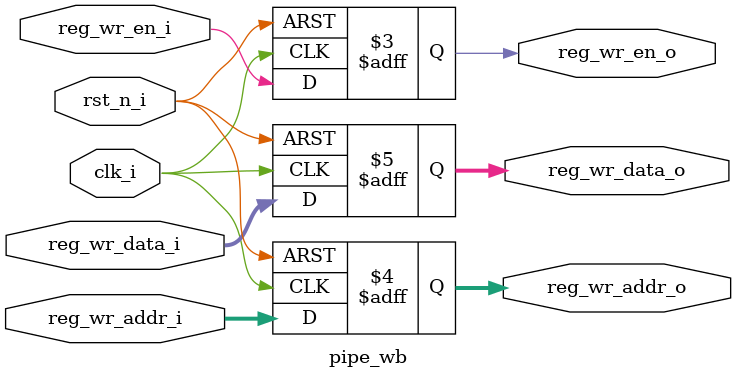
<source format=sv>
/*
 * pipe_wb.sv
 *
 *  Created on: 2021-08-03 10:30
 *      Author: Jack Chen <redchenjs@live.com>
 */

module pipe_wb #(
    parameter XLEN = 32
) (
    input logic clk_i,
    input logic rst_n_i,

    input logic            reg_wr_en_i,
    input logic      [4:0] reg_wr_addr_i,
    input logic [XLEN-1:0] reg_wr_data_i,

    output logic            reg_wr_en_o,
    output logic      [4:0] reg_wr_addr_o,
    output logic [XLEN-1:0] reg_wr_data_o
);

always_ff @(posedge clk_i or negedge rst_n_i)
begin
    if (!rst_n_i) begin
        reg_wr_en_o   <= 1'b0;
        reg_wr_addr_o <= 5'h00;
        reg_wr_data_o <= {XLEN{1'b0}};
    end else begin
        reg_wr_en_o   <= reg_wr_en_i;
        reg_wr_addr_o <= reg_wr_addr_i;
        reg_wr_data_o <= reg_wr_data_i;
    end
end

endmodule

</source>
